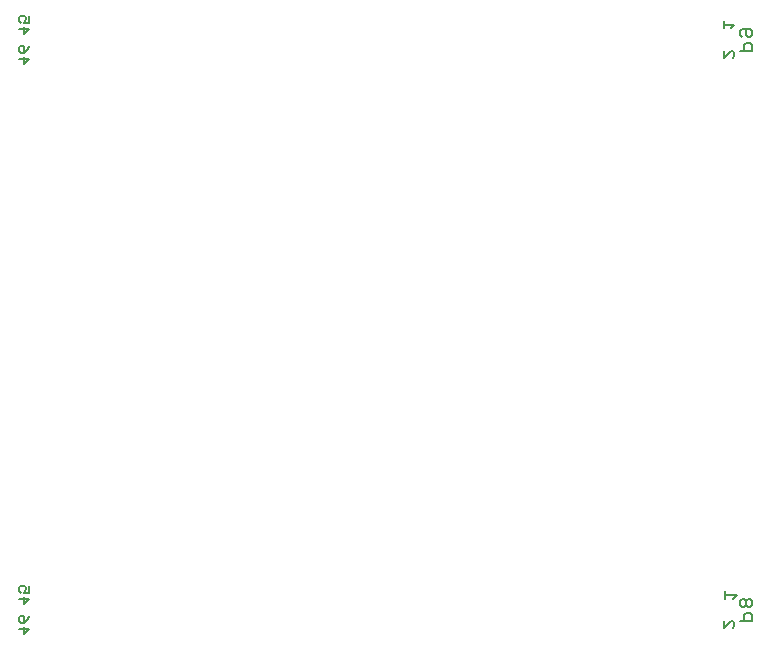
<source format=gbo>
G75*
%MOIN*%
%OFA0B0*%
%FSLAX24Y24*%
%IPPOS*%
%LPD*%
%AMOC8*
5,1,8,0,0,1.08239X$1,22.5*
%
%ADD10C,0.0080*%
%ADD11C,0.0060*%
D10*
X034176Y009727D02*
X034176Y010008D01*
X034176Y009867D02*
X034596Y009867D01*
X034456Y009727D01*
X034676Y009668D02*
X034676Y009528D01*
X034746Y009458D01*
X034816Y009458D01*
X034886Y009528D01*
X034886Y009668D01*
X034816Y009738D01*
X034746Y009738D01*
X034676Y009668D01*
X034886Y009668D02*
X034956Y009738D01*
X035026Y009738D01*
X035096Y009668D01*
X035096Y009528D01*
X035026Y009458D01*
X034956Y009458D01*
X034886Y009528D01*
X034886Y009277D02*
X034816Y009207D01*
X034816Y008997D01*
X034676Y008997D02*
X035096Y008997D01*
X035096Y009207D01*
X035026Y009277D01*
X034886Y009277D01*
X034816Y027997D02*
X034816Y028207D01*
X034886Y028277D01*
X035026Y028277D01*
X035096Y028207D01*
X035096Y027997D01*
X034676Y027997D01*
X034746Y028458D02*
X034676Y028528D01*
X034676Y028668D01*
X034746Y028738D01*
X035026Y028738D01*
X035096Y028668D01*
X035096Y028528D01*
X035026Y028458D01*
X034956Y028458D01*
X034886Y028528D01*
X034886Y028738D01*
D11*
X011006Y008749D02*
X010666Y008749D01*
X010836Y008806D02*
X010836Y008579D01*
X011006Y008749D01*
X010836Y008948D02*
X010836Y009118D01*
X010779Y009174D01*
X010723Y009174D01*
X010666Y009118D01*
X010666Y009004D01*
X010723Y008948D01*
X010836Y008948D01*
X010950Y009061D01*
X011006Y009174D01*
X010836Y009579D02*
X010836Y009806D01*
X010836Y009948D02*
X010893Y010061D01*
X010893Y010118D01*
X010836Y010174D01*
X010723Y010174D01*
X010666Y010118D01*
X010666Y010004D01*
X010723Y009948D01*
X010836Y009948D02*
X011006Y009948D01*
X011006Y010174D01*
X011006Y009749D02*
X010666Y009749D01*
X010836Y009579D02*
X011006Y009749D01*
X034166Y008990D02*
X034166Y008763D01*
X034393Y008990D01*
X034450Y008990D01*
X034506Y008934D01*
X034506Y008820D01*
X034450Y008763D01*
X011006Y027749D02*
X010836Y027579D01*
X010836Y027806D01*
X010836Y027948D02*
X010836Y028118D01*
X010779Y028174D01*
X010723Y028174D01*
X010666Y028118D01*
X010666Y028004D01*
X010723Y027948D01*
X010836Y027948D01*
X010950Y028061D01*
X011006Y028174D01*
X011006Y027749D02*
X010666Y027749D01*
X010836Y028579D02*
X010836Y028806D01*
X010836Y028948D02*
X010893Y029061D01*
X010893Y029118D01*
X010836Y029174D01*
X010723Y029174D01*
X010666Y029118D01*
X010666Y029004D01*
X010723Y028948D01*
X010836Y028948D02*
X011006Y028948D01*
X011006Y029174D01*
X011006Y028749D02*
X010666Y028749D01*
X010836Y028579D02*
X011006Y028749D01*
X034166Y028763D02*
X034166Y028990D01*
X034166Y028877D02*
X034506Y028877D01*
X034393Y028763D01*
X034393Y027990D02*
X034450Y027990D01*
X034506Y027934D01*
X034506Y027820D01*
X034450Y027763D01*
X034393Y027990D02*
X034166Y027763D01*
X034166Y027990D01*
M02*

</source>
